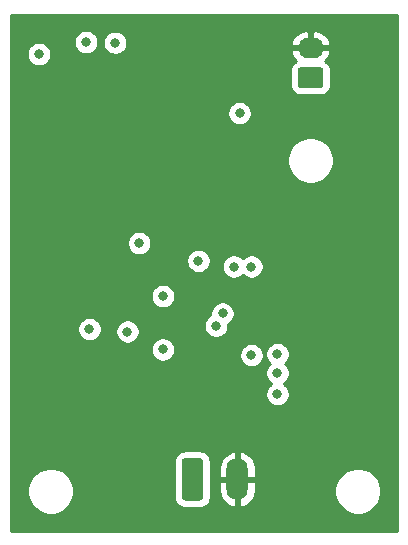
<source format=gbr>
%TF.GenerationSoftware,KiCad,Pcbnew,5.1.10-1.fc34*%
%TF.CreationDate,2021-09-08T08:00:36+01:00*%
%TF.ProjectId,cryosub_power_converter_top_v01,6372796f-7375-4625-9f70-6f7765725f63,rev?*%
%TF.SameCoordinates,Original*%
%TF.FileFunction,Copper,L2,Inr*%
%TF.FilePolarity,Positive*%
%FSLAX46Y46*%
G04 Gerber Fmt 4.6, Leading zero omitted, Abs format (unit mm)*
G04 Created by KiCad (PCBNEW 5.1.10-1.fc34) date 2021-09-08 08:00:36*
%MOMM*%
%LPD*%
G01*
G04 APERTURE LIST*
%TA.AperFunction,ComponentPad*%
%ADD10O,2.190000X1.740000*%
%TD*%
%TA.AperFunction,ComponentPad*%
%ADD11O,1.800000X3.600000*%
%TD*%
%TA.AperFunction,ViaPad*%
%ADD12C,0.800000*%
%TD*%
%TA.AperFunction,Conductor*%
%ADD13C,0.254000*%
%TD*%
%TA.AperFunction,Conductor*%
%ADD14C,0.100000*%
%TD*%
G04 APERTURE END LIST*
D10*
%TO.N,GND*%
%TO.C,J3*%
X126000000Y-103460000D03*
%TO.N,/p5v_out*%
%TA.AperFunction,ComponentPad*%
G36*
G01*
X126845001Y-106870000D02*
X125154999Y-106870000D01*
G75*
G02*
X124905000Y-106620001I0J249999D01*
G01*
X124905000Y-105379999D01*
G75*
G02*
X125154999Y-105130000I249999J0D01*
G01*
X126845001Y-105130000D01*
G75*
G02*
X127095000Y-105379999I0J-249999D01*
G01*
X127095000Y-106620001D01*
G75*
G02*
X126845001Y-106870000I-249999J0D01*
G01*
G37*
%TD.AperFunction*%
%TD*%
%TO.N,VDC*%
%TO.C,J1*%
%TA.AperFunction,ComponentPad*%
G36*
G01*
X115100000Y-141550000D02*
X115100000Y-138450000D01*
G75*
G02*
X115350000Y-138200000I250000J0D01*
G01*
X116650000Y-138200000D01*
G75*
G02*
X116900000Y-138450000I0J-250000D01*
G01*
X116900000Y-141550000D01*
G75*
G02*
X116650000Y-141800000I-250000J0D01*
G01*
X115350000Y-141800000D01*
G75*
G02*
X115100000Y-141550000I0J250000D01*
G01*
G37*
%TD.AperFunction*%
D11*
%TO.N,GND*%
X119810000Y-140000000D03*
%TD*%
D12*
%TO.N,VDC*%
X123200000Y-129400000D03*
X123200000Y-131000000D03*
X123200000Y-132800000D03*
%TO.N,GND*%
X123200000Y-125600000D03*
X124000000Y-126800000D03*
X123200000Y-127600000D03*
X128202593Y-127124996D03*
X129200000Y-126800000D03*
X129200000Y-127800000D03*
%TO.N,/vload*%
X109460000Y-103040000D03*
X107000000Y-103000000D03*
X103000000Y-104000000D03*
%TO.N,GND*%
X107000000Y-113000000D03*
X109500000Y-113000000D03*
X112000000Y-113000000D03*
X103000000Y-112500000D03*
X110500000Y-122000000D03*
X119000000Y-120000000D03*
X116500000Y-126000000D03*
X126500000Y-119000000D03*
X128500000Y-119000000D03*
X124000000Y-119000000D03*
X127550000Y-129150000D03*
X127950000Y-132250000D03*
%TO.N,/On When Warm/VD1*%
X119500000Y-122000000D03*
%TO.N,/On When Warm/vs*%
X113500000Y-124500000D03*
X113500000Y-129000000D03*
%TO.N,/On When Warm/vg1*%
X116500000Y-121500000D03*
%TO.N,/thermistor*%
X118000000Y-127000000D03*
%TO.N,/On When Warm/vd2*%
X118551318Y-125956175D03*
%TO.N,VDC*%
X120000000Y-109000000D03*
X107280000Y-127280000D03*
X110500000Y-127500000D03*
X121000000Y-122000000D03*
X121000000Y-129500000D03*
X111500000Y-120000000D03*
%TD*%
D13*
%TO.N,GND*%
X133340001Y-144340000D02*
X100660000Y-144340000D01*
X100660000Y-140804495D01*
X102015000Y-140804495D01*
X102015000Y-141195505D01*
X102091282Y-141579003D01*
X102240915Y-141940250D01*
X102458149Y-142265364D01*
X102734636Y-142541851D01*
X103059750Y-142759085D01*
X103420997Y-142908718D01*
X103804495Y-142985000D01*
X104195505Y-142985000D01*
X104579003Y-142908718D01*
X104940250Y-142759085D01*
X105265364Y-142541851D01*
X105541851Y-142265364D01*
X105759085Y-141940250D01*
X105908718Y-141579003D01*
X105985000Y-141195505D01*
X105985000Y-140804495D01*
X105908718Y-140420997D01*
X105759085Y-140059750D01*
X105541851Y-139734636D01*
X105265364Y-139458149D01*
X104940250Y-139240915D01*
X104579003Y-139091282D01*
X104195505Y-139015000D01*
X103804495Y-139015000D01*
X103420997Y-139091282D01*
X103059750Y-139240915D01*
X102734636Y-139458149D01*
X102458149Y-139734636D01*
X102240915Y-140059750D01*
X102091282Y-140420997D01*
X102015000Y-140804495D01*
X100660000Y-140804495D01*
X100660000Y-138450000D01*
X114461928Y-138450000D01*
X114461928Y-141550000D01*
X114478992Y-141723254D01*
X114529528Y-141889850D01*
X114611595Y-142043386D01*
X114722038Y-142177962D01*
X114856614Y-142288405D01*
X115010150Y-142370472D01*
X115176746Y-142421008D01*
X115350000Y-142438072D01*
X116650000Y-142438072D01*
X116823254Y-142421008D01*
X116989850Y-142370472D01*
X117143386Y-142288405D01*
X117277962Y-142177962D01*
X117388405Y-142043386D01*
X117470472Y-141889850D01*
X117521008Y-141723254D01*
X117538072Y-141550000D01*
X117538072Y-140127000D01*
X118275000Y-140127000D01*
X118275000Y-141027000D01*
X118329271Y-141324023D01*
X118440446Y-141604751D01*
X118604252Y-141858396D01*
X118814394Y-142075210D01*
X119062796Y-142246862D01*
X119339913Y-142366755D01*
X119445260Y-142391036D01*
X119683000Y-142270378D01*
X119683000Y-140127000D01*
X119937000Y-140127000D01*
X119937000Y-142270378D01*
X120174740Y-142391036D01*
X120280087Y-142366755D01*
X120557204Y-142246862D01*
X120805606Y-142075210D01*
X121015748Y-141858396D01*
X121179554Y-141604751D01*
X121290729Y-141324023D01*
X121345000Y-141027000D01*
X121345000Y-140804495D01*
X128015000Y-140804495D01*
X128015000Y-141195505D01*
X128091282Y-141579003D01*
X128240915Y-141940250D01*
X128458149Y-142265364D01*
X128734636Y-142541851D01*
X129059750Y-142759085D01*
X129420997Y-142908718D01*
X129804495Y-142985000D01*
X130195505Y-142985000D01*
X130579003Y-142908718D01*
X130940250Y-142759085D01*
X131265364Y-142541851D01*
X131541851Y-142265364D01*
X131759085Y-141940250D01*
X131908718Y-141579003D01*
X131985000Y-141195505D01*
X131985000Y-140804495D01*
X131908718Y-140420997D01*
X131759085Y-140059750D01*
X131541851Y-139734636D01*
X131265364Y-139458149D01*
X130940250Y-139240915D01*
X130579003Y-139091282D01*
X130195505Y-139015000D01*
X129804495Y-139015000D01*
X129420997Y-139091282D01*
X129059750Y-139240915D01*
X128734636Y-139458149D01*
X128458149Y-139734636D01*
X128240915Y-140059750D01*
X128091282Y-140420997D01*
X128015000Y-140804495D01*
X121345000Y-140804495D01*
X121345000Y-140127000D01*
X119937000Y-140127000D01*
X119683000Y-140127000D01*
X118275000Y-140127000D01*
X117538072Y-140127000D01*
X117538072Y-138973000D01*
X118275000Y-138973000D01*
X118275000Y-139873000D01*
X119683000Y-139873000D01*
X119683000Y-137729622D01*
X119937000Y-137729622D01*
X119937000Y-139873000D01*
X121345000Y-139873000D01*
X121345000Y-138973000D01*
X121290729Y-138675977D01*
X121179554Y-138395249D01*
X121015748Y-138141604D01*
X120805606Y-137924790D01*
X120557204Y-137753138D01*
X120280087Y-137633245D01*
X120174740Y-137608964D01*
X119937000Y-137729622D01*
X119683000Y-137729622D01*
X119445260Y-137608964D01*
X119339913Y-137633245D01*
X119062796Y-137753138D01*
X118814394Y-137924790D01*
X118604252Y-138141604D01*
X118440446Y-138395249D01*
X118329271Y-138675977D01*
X118275000Y-138973000D01*
X117538072Y-138973000D01*
X117538072Y-138450000D01*
X117521008Y-138276746D01*
X117470472Y-138110150D01*
X117388405Y-137956614D01*
X117277962Y-137822038D01*
X117143386Y-137711595D01*
X116989850Y-137629528D01*
X116823254Y-137578992D01*
X116650000Y-137561928D01*
X115350000Y-137561928D01*
X115176746Y-137578992D01*
X115010150Y-137629528D01*
X114856614Y-137711595D01*
X114722038Y-137822038D01*
X114611595Y-137956614D01*
X114529528Y-138110150D01*
X114478992Y-138276746D01*
X114461928Y-138450000D01*
X100660000Y-138450000D01*
X100660000Y-128898061D01*
X112465000Y-128898061D01*
X112465000Y-129101939D01*
X112504774Y-129301898D01*
X112582795Y-129490256D01*
X112696063Y-129659774D01*
X112840226Y-129803937D01*
X113009744Y-129917205D01*
X113198102Y-129995226D01*
X113398061Y-130035000D01*
X113601939Y-130035000D01*
X113801898Y-129995226D01*
X113990256Y-129917205D01*
X114159774Y-129803937D01*
X114303937Y-129659774D01*
X114417205Y-129490256D01*
X114455393Y-129398061D01*
X119965000Y-129398061D01*
X119965000Y-129601939D01*
X120004774Y-129801898D01*
X120082795Y-129990256D01*
X120196063Y-130159774D01*
X120340226Y-130303937D01*
X120509744Y-130417205D01*
X120698102Y-130495226D01*
X120898061Y-130535000D01*
X121101939Y-130535000D01*
X121301898Y-130495226D01*
X121490256Y-130417205D01*
X121659774Y-130303937D01*
X121803937Y-130159774D01*
X121917205Y-129990256D01*
X121995226Y-129801898D01*
X122035000Y-129601939D01*
X122035000Y-129398061D01*
X122015109Y-129298061D01*
X122165000Y-129298061D01*
X122165000Y-129501939D01*
X122204774Y-129701898D01*
X122282795Y-129890256D01*
X122396063Y-130059774D01*
X122536289Y-130200000D01*
X122396063Y-130340226D01*
X122282795Y-130509744D01*
X122204774Y-130698102D01*
X122165000Y-130898061D01*
X122165000Y-131101939D01*
X122204774Y-131301898D01*
X122282795Y-131490256D01*
X122396063Y-131659774D01*
X122540226Y-131803937D01*
X122683995Y-131900000D01*
X122540226Y-131996063D01*
X122396063Y-132140226D01*
X122282795Y-132309744D01*
X122204774Y-132498102D01*
X122165000Y-132698061D01*
X122165000Y-132901939D01*
X122204774Y-133101898D01*
X122282795Y-133290256D01*
X122396063Y-133459774D01*
X122540226Y-133603937D01*
X122709744Y-133717205D01*
X122898102Y-133795226D01*
X123098061Y-133835000D01*
X123301939Y-133835000D01*
X123501898Y-133795226D01*
X123690256Y-133717205D01*
X123859774Y-133603937D01*
X124003937Y-133459774D01*
X124117205Y-133290256D01*
X124195226Y-133101898D01*
X124235000Y-132901939D01*
X124235000Y-132698061D01*
X124195226Y-132498102D01*
X124117205Y-132309744D01*
X124003937Y-132140226D01*
X123859774Y-131996063D01*
X123716005Y-131900000D01*
X123859774Y-131803937D01*
X124003937Y-131659774D01*
X124117205Y-131490256D01*
X124195226Y-131301898D01*
X124235000Y-131101939D01*
X124235000Y-130898061D01*
X124195226Y-130698102D01*
X124117205Y-130509744D01*
X124003937Y-130340226D01*
X123863711Y-130200000D01*
X124003937Y-130059774D01*
X124117205Y-129890256D01*
X124195226Y-129701898D01*
X124235000Y-129501939D01*
X124235000Y-129298061D01*
X124195226Y-129098102D01*
X124117205Y-128909744D01*
X124003937Y-128740226D01*
X123859774Y-128596063D01*
X123690256Y-128482795D01*
X123501898Y-128404774D01*
X123301939Y-128365000D01*
X123098061Y-128365000D01*
X122898102Y-128404774D01*
X122709744Y-128482795D01*
X122540226Y-128596063D01*
X122396063Y-128740226D01*
X122282795Y-128909744D01*
X122204774Y-129098102D01*
X122165000Y-129298061D01*
X122015109Y-129298061D01*
X121995226Y-129198102D01*
X121917205Y-129009744D01*
X121803937Y-128840226D01*
X121659774Y-128696063D01*
X121490256Y-128582795D01*
X121301898Y-128504774D01*
X121101939Y-128465000D01*
X120898061Y-128465000D01*
X120698102Y-128504774D01*
X120509744Y-128582795D01*
X120340226Y-128696063D01*
X120196063Y-128840226D01*
X120082795Y-129009744D01*
X120004774Y-129198102D01*
X119965000Y-129398061D01*
X114455393Y-129398061D01*
X114495226Y-129301898D01*
X114535000Y-129101939D01*
X114535000Y-128898061D01*
X114495226Y-128698102D01*
X114417205Y-128509744D01*
X114303937Y-128340226D01*
X114159774Y-128196063D01*
X113990256Y-128082795D01*
X113801898Y-128004774D01*
X113601939Y-127965000D01*
X113398061Y-127965000D01*
X113198102Y-128004774D01*
X113009744Y-128082795D01*
X112840226Y-128196063D01*
X112696063Y-128340226D01*
X112582795Y-128509744D01*
X112504774Y-128698102D01*
X112465000Y-128898061D01*
X100660000Y-128898061D01*
X100660000Y-127178061D01*
X106245000Y-127178061D01*
X106245000Y-127381939D01*
X106284774Y-127581898D01*
X106362795Y-127770256D01*
X106476063Y-127939774D01*
X106620226Y-128083937D01*
X106789744Y-128197205D01*
X106978102Y-128275226D01*
X107178061Y-128315000D01*
X107381939Y-128315000D01*
X107581898Y-128275226D01*
X107770256Y-128197205D01*
X107939774Y-128083937D01*
X108083937Y-127939774D01*
X108197205Y-127770256D01*
X108275226Y-127581898D01*
X108311793Y-127398061D01*
X109465000Y-127398061D01*
X109465000Y-127601939D01*
X109504774Y-127801898D01*
X109582795Y-127990256D01*
X109696063Y-128159774D01*
X109840226Y-128303937D01*
X110009744Y-128417205D01*
X110198102Y-128495226D01*
X110398061Y-128535000D01*
X110601939Y-128535000D01*
X110801898Y-128495226D01*
X110990256Y-128417205D01*
X111159774Y-128303937D01*
X111303937Y-128159774D01*
X111417205Y-127990256D01*
X111495226Y-127801898D01*
X111535000Y-127601939D01*
X111535000Y-127398061D01*
X111495226Y-127198102D01*
X111417205Y-127009744D01*
X111342582Y-126898061D01*
X116965000Y-126898061D01*
X116965000Y-127101939D01*
X117004774Y-127301898D01*
X117082795Y-127490256D01*
X117196063Y-127659774D01*
X117340226Y-127803937D01*
X117509744Y-127917205D01*
X117698102Y-127995226D01*
X117898061Y-128035000D01*
X118101939Y-128035000D01*
X118301898Y-127995226D01*
X118490256Y-127917205D01*
X118659774Y-127803937D01*
X118803937Y-127659774D01*
X118917205Y-127490256D01*
X118995226Y-127301898D01*
X119035000Y-127101939D01*
X119035000Y-126898061D01*
X119030965Y-126877775D01*
X119041574Y-126873380D01*
X119211092Y-126760112D01*
X119355255Y-126615949D01*
X119468523Y-126446431D01*
X119546544Y-126258073D01*
X119586318Y-126058114D01*
X119586318Y-125854236D01*
X119546544Y-125654277D01*
X119468523Y-125465919D01*
X119355255Y-125296401D01*
X119211092Y-125152238D01*
X119041574Y-125038970D01*
X118853216Y-124960949D01*
X118653257Y-124921175D01*
X118449379Y-124921175D01*
X118249420Y-124960949D01*
X118061062Y-125038970D01*
X117891544Y-125152238D01*
X117747381Y-125296401D01*
X117634113Y-125465919D01*
X117556092Y-125654277D01*
X117516318Y-125854236D01*
X117516318Y-126058114D01*
X117520353Y-126078400D01*
X117509744Y-126082795D01*
X117340226Y-126196063D01*
X117196063Y-126340226D01*
X117082795Y-126509744D01*
X117004774Y-126698102D01*
X116965000Y-126898061D01*
X111342582Y-126898061D01*
X111303937Y-126840226D01*
X111159774Y-126696063D01*
X110990256Y-126582795D01*
X110801898Y-126504774D01*
X110601939Y-126465000D01*
X110398061Y-126465000D01*
X110198102Y-126504774D01*
X110009744Y-126582795D01*
X109840226Y-126696063D01*
X109696063Y-126840226D01*
X109582795Y-127009744D01*
X109504774Y-127198102D01*
X109465000Y-127398061D01*
X108311793Y-127398061D01*
X108315000Y-127381939D01*
X108315000Y-127178061D01*
X108275226Y-126978102D01*
X108197205Y-126789744D01*
X108083937Y-126620226D01*
X107939774Y-126476063D01*
X107770256Y-126362795D01*
X107581898Y-126284774D01*
X107381939Y-126245000D01*
X107178061Y-126245000D01*
X106978102Y-126284774D01*
X106789744Y-126362795D01*
X106620226Y-126476063D01*
X106476063Y-126620226D01*
X106362795Y-126789744D01*
X106284774Y-126978102D01*
X106245000Y-127178061D01*
X100660000Y-127178061D01*
X100660000Y-124398061D01*
X112465000Y-124398061D01*
X112465000Y-124601939D01*
X112504774Y-124801898D01*
X112582795Y-124990256D01*
X112696063Y-125159774D01*
X112840226Y-125303937D01*
X113009744Y-125417205D01*
X113198102Y-125495226D01*
X113398061Y-125535000D01*
X113601939Y-125535000D01*
X113801898Y-125495226D01*
X113990256Y-125417205D01*
X114159774Y-125303937D01*
X114303937Y-125159774D01*
X114417205Y-124990256D01*
X114495226Y-124801898D01*
X114535000Y-124601939D01*
X114535000Y-124398061D01*
X114495226Y-124198102D01*
X114417205Y-124009744D01*
X114303937Y-123840226D01*
X114159774Y-123696063D01*
X113990256Y-123582795D01*
X113801898Y-123504774D01*
X113601939Y-123465000D01*
X113398061Y-123465000D01*
X113198102Y-123504774D01*
X113009744Y-123582795D01*
X112840226Y-123696063D01*
X112696063Y-123840226D01*
X112582795Y-124009744D01*
X112504774Y-124198102D01*
X112465000Y-124398061D01*
X100660000Y-124398061D01*
X100660000Y-121398061D01*
X115465000Y-121398061D01*
X115465000Y-121601939D01*
X115504774Y-121801898D01*
X115582795Y-121990256D01*
X115696063Y-122159774D01*
X115840226Y-122303937D01*
X116009744Y-122417205D01*
X116198102Y-122495226D01*
X116398061Y-122535000D01*
X116601939Y-122535000D01*
X116801898Y-122495226D01*
X116990256Y-122417205D01*
X117159774Y-122303937D01*
X117303937Y-122159774D01*
X117417205Y-121990256D01*
X117455393Y-121898061D01*
X118465000Y-121898061D01*
X118465000Y-122101939D01*
X118504774Y-122301898D01*
X118582795Y-122490256D01*
X118696063Y-122659774D01*
X118840226Y-122803937D01*
X119009744Y-122917205D01*
X119198102Y-122995226D01*
X119398061Y-123035000D01*
X119601939Y-123035000D01*
X119801898Y-122995226D01*
X119990256Y-122917205D01*
X120159774Y-122803937D01*
X120250000Y-122713711D01*
X120340226Y-122803937D01*
X120509744Y-122917205D01*
X120698102Y-122995226D01*
X120898061Y-123035000D01*
X121101939Y-123035000D01*
X121301898Y-122995226D01*
X121490256Y-122917205D01*
X121659774Y-122803937D01*
X121803937Y-122659774D01*
X121917205Y-122490256D01*
X121995226Y-122301898D01*
X122035000Y-122101939D01*
X122035000Y-121898061D01*
X121995226Y-121698102D01*
X121917205Y-121509744D01*
X121803937Y-121340226D01*
X121659774Y-121196063D01*
X121490256Y-121082795D01*
X121301898Y-121004774D01*
X121101939Y-120965000D01*
X120898061Y-120965000D01*
X120698102Y-121004774D01*
X120509744Y-121082795D01*
X120340226Y-121196063D01*
X120250000Y-121286289D01*
X120159774Y-121196063D01*
X119990256Y-121082795D01*
X119801898Y-121004774D01*
X119601939Y-120965000D01*
X119398061Y-120965000D01*
X119198102Y-121004774D01*
X119009744Y-121082795D01*
X118840226Y-121196063D01*
X118696063Y-121340226D01*
X118582795Y-121509744D01*
X118504774Y-121698102D01*
X118465000Y-121898061D01*
X117455393Y-121898061D01*
X117495226Y-121801898D01*
X117535000Y-121601939D01*
X117535000Y-121398061D01*
X117495226Y-121198102D01*
X117417205Y-121009744D01*
X117303937Y-120840226D01*
X117159774Y-120696063D01*
X116990256Y-120582795D01*
X116801898Y-120504774D01*
X116601939Y-120465000D01*
X116398061Y-120465000D01*
X116198102Y-120504774D01*
X116009744Y-120582795D01*
X115840226Y-120696063D01*
X115696063Y-120840226D01*
X115582795Y-121009744D01*
X115504774Y-121198102D01*
X115465000Y-121398061D01*
X100660000Y-121398061D01*
X100660000Y-119898061D01*
X110465000Y-119898061D01*
X110465000Y-120101939D01*
X110504774Y-120301898D01*
X110582795Y-120490256D01*
X110696063Y-120659774D01*
X110840226Y-120803937D01*
X111009744Y-120917205D01*
X111198102Y-120995226D01*
X111398061Y-121035000D01*
X111601939Y-121035000D01*
X111801898Y-120995226D01*
X111990256Y-120917205D01*
X112159774Y-120803937D01*
X112303937Y-120659774D01*
X112417205Y-120490256D01*
X112495226Y-120301898D01*
X112535000Y-120101939D01*
X112535000Y-119898061D01*
X112495226Y-119698102D01*
X112417205Y-119509744D01*
X112303937Y-119340226D01*
X112159774Y-119196063D01*
X111990256Y-119082795D01*
X111801898Y-119004774D01*
X111601939Y-118965000D01*
X111398061Y-118965000D01*
X111198102Y-119004774D01*
X111009744Y-119082795D01*
X110840226Y-119196063D01*
X110696063Y-119340226D01*
X110582795Y-119509744D01*
X110504774Y-119698102D01*
X110465000Y-119898061D01*
X100660000Y-119898061D01*
X100660000Y-112804495D01*
X124015000Y-112804495D01*
X124015000Y-113195505D01*
X124091282Y-113579003D01*
X124240915Y-113940250D01*
X124458149Y-114265364D01*
X124734636Y-114541851D01*
X125059750Y-114759085D01*
X125420997Y-114908718D01*
X125804495Y-114985000D01*
X126195505Y-114985000D01*
X126579003Y-114908718D01*
X126940250Y-114759085D01*
X127265364Y-114541851D01*
X127541851Y-114265364D01*
X127759085Y-113940250D01*
X127908718Y-113579003D01*
X127985000Y-113195505D01*
X127985000Y-112804495D01*
X127908718Y-112420997D01*
X127759085Y-112059750D01*
X127541851Y-111734636D01*
X127265364Y-111458149D01*
X126940250Y-111240915D01*
X126579003Y-111091282D01*
X126195505Y-111015000D01*
X125804495Y-111015000D01*
X125420997Y-111091282D01*
X125059750Y-111240915D01*
X124734636Y-111458149D01*
X124458149Y-111734636D01*
X124240915Y-112059750D01*
X124091282Y-112420997D01*
X124015000Y-112804495D01*
X100660000Y-112804495D01*
X100660000Y-108898061D01*
X118965000Y-108898061D01*
X118965000Y-109101939D01*
X119004774Y-109301898D01*
X119082795Y-109490256D01*
X119196063Y-109659774D01*
X119340226Y-109803937D01*
X119509744Y-109917205D01*
X119698102Y-109995226D01*
X119898061Y-110035000D01*
X120101939Y-110035000D01*
X120301898Y-109995226D01*
X120490256Y-109917205D01*
X120659774Y-109803937D01*
X120803937Y-109659774D01*
X120917205Y-109490256D01*
X120995226Y-109301898D01*
X121035000Y-109101939D01*
X121035000Y-108898061D01*
X120995226Y-108698102D01*
X120917205Y-108509744D01*
X120803937Y-108340226D01*
X120659774Y-108196063D01*
X120490256Y-108082795D01*
X120301898Y-108004774D01*
X120101939Y-107965000D01*
X119898061Y-107965000D01*
X119698102Y-108004774D01*
X119509744Y-108082795D01*
X119340226Y-108196063D01*
X119196063Y-108340226D01*
X119082795Y-108509744D01*
X119004774Y-108698102D01*
X118965000Y-108898061D01*
X100660000Y-108898061D01*
X100660000Y-105379999D01*
X124266928Y-105379999D01*
X124266928Y-106620001D01*
X124283992Y-106793255D01*
X124334528Y-106959851D01*
X124416595Y-107113387D01*
X124527038Y-107247962D01*
X124661613Y-107358405D01*
X124815149Y-107440472D01*
X124981745Y-107491008D01*
X125154999Y-107508072D01*
X126845001Y-107508072D01*
X127018255Y-107491008D01*
X127184851Y-107440472D01*
X127338387Y-107358405D01*
X127472962Y-107247962D01*
X127583405Y-107113387D01*
X127665472Y-106959851D01*
X127716008Y-106793255D01*
X127733072Y-106620001D01*
X127733072Y-105379999D01*
X127716008Y-105206745D01*
X127665472Y-105040149D01*
X127583405Y-104886613D01*
X127472962Y-104752038D01*
X127338387Y-104641595D01*
X127229410Y-104583345D01*
X127388306Y-104426326D01*
X127554474Y-104180809D01*
X127669551Y-103907591D01*
X127686302Y-103820031D01*
X127565246Y-103587000D01*
X126127000Y-103587000D01*
X126127000Y-103607000D01*
X125873000Y-103607000D01*
X125873000Y-103587000D01*
X124434754Y-103587000D01*
X124313698Y-103820031D01*
X124330449Y-103907591D01*
X124445526Y-104180809D01*
X124611694Y-104426326D01*
X124770590Y-104583345D01*
X124661613Y-104641595D01*
X124527038Y-104752038D01*
X124416595Y-104886613D01*
X124334528Y-105040149D01*
X124283992Y-105206745D01*
X124266928Y-105379999D01*
X100660000Y-105379999D01*
X100660000Y-103898061D01*
X101965000Y-103898061D01*
X101965000Y-104101939D01*
X102004774Y-104301898D01*
X102082795Y-104490256D01*
X102196063Y-104659774D01*
X102340226Y-104803937D01*
X102509744Y-104917205D01*
X102698102Y-104995226D01*
X102898061Y-105035000D01*
X103101939Y-105035000D01*
X103301898Y-104995226D01*
X103490256Y-104917205D01*
X103659774Y-104803937D01*
X103803937Y-104659774D01*
X103917205Y-104490256D01*
X103995226Y-104301898D01*
X104035000Y-104101939D01*
X104035000Y-103898061D01*
X103995226Y-103698102D01*
X103917205Y-103509744D01*
X103803937Y-103340226D01*
X103659774Y-103196063D01*
X103490256Y-103082795D01*
X103301898Y-103004774D01*
X103101939Y-102965000D01*
X102898061Y-102965000D01*
X102698102Y-103004774D01*
X102509744Y-103082795D01*
X102340226Y-103196063D01*
X102196063Y-103340226D01*
X102082795Y-103509744D01*
X102004774Y-103698102D01*
X101965000Y-103898061D01*
X100660000Y-103898061D01*
X100660000Y-102898061D01*
X105965000Y-102898061D01*
X105965000Y-103101939D01*
X106004774Y-103301898D01*
X106082795Y-103490256D01*
X106196063Y-103659774D01*
X106340226Y-103803937D01*
X106509744Y-103917205D01*
X106698102Y-103995226D01*
X106898061Y-104035000D01*
X107101939Y-104035000D01*
X107301898Y-103995226D01*
X107490256Y-103917205D01*
X107659774Y-103803937D01*
X107803937Y-103659774D01*
X107917205Y-103490256D01*
X107995226Y-103301898D01*
X108035000Y-103101939D01*
X108035000Y-102938061D01*
X108425000Y-102938061D01*
X108425000Y-103141939D01*
X108464774Y-103341898D01*
X108542795Y-103530256D01*
X108656063Y-103699774D01*
X108800226Y-103843937D01*
X108969744Y-103957205D01*
X109158102Y-104035226D01*
X109358061Y-104075000D01*
X109561939Y-104075000D01*
X109761898Y-104035226D01*
X109950256Y-103957205D01*
X110119774Y-103843937D01*
X110263937Y-103699774D01*
X110377205Y-103530256D01*
X110455226Y-103341898D01*
X110495000Y-103141939D01*
X110495000Y-103099969D01*
X124313698Y-103099969D01*
X124434754Y-103333000D01*
X125873000Y-103333000D01*
X125873000Y-102109624D01*
X126127000Y-102109624D01*
X126127000Y-103333000D01*
X127565246Y-103333000D01*
X127686302Y-103099969D01*
X127669551Y-103012409D01*
X127554474Y-102739191D01*
X127388306Y-102493674D01*
X127177433Y-102285292D01*
X126929958Y-102122053D01*
X126655392Y-102010231D01*
X126364286Y-101954123D01*
X126127000Y-102109624D01*
X125873000Y-102109624D01*
X125635714Y-101954123D01*
X125344608Y-102010231D01*
X125070042Y-102122053D01*
X124822567Y-102285292D01*
X124611694Y-102493674D01*
X124445526Y-102739191D01*
X124330449Y-103012409D01*
X124313698Y-103099969D01*
X110495000Y-103099969D01*
X110495000Y-102938061D01*
X110455226Y-102738102D01*
X110377205Y-102549744D01*
X110263937Y-102380226D01*
X110119774Y-102236063D01*
X109950256Y-102122795D01*
X109761898Y-102044774D01*
X109561939Y-102005000D01*
X109358061Y-102005000D01*
X109158102Y-102044774D01*
X108969744Y-102122795D01*
X108800226Y-102236063D01*
X108656063Y-102380226D01*
X108542795Y-102549744D01*
X108464774Y-102738102D01*
X108425000Y-102938061D01*
X108035000Y-102938061D01*
X108035000Y-102898061D01*
X107995226Y-102698102D01*
X107917205Y-102509744D01*
X107803937Y-102340226D01*
X107659774Y-102196063D01*
X107490256Y-102082795D01*
X107301898Y-102004774D01*
X107101939Y-101965000D01*
X106898061Y-101965000D01*
X106698102Y-102004774D01*
X106509744Y-102082795D01*
X106340226Y-102196063D01*
X106196063Y-102340226D01*
X106082795Y-102509744D01*
X106004774Y-102698102D01*
X105965000Y-102898061D01*
X100660000Y-102898061D01*
X100660000Y-100660000D01*
X133340000Y-100660000D01*
X133340001Y-144340000D01*
%TA.AperFunction,Conductor*%
D14*
G36*
X133340001Y-144340000D02*
G01*
X100660000Y-144340000D01*
X100660000Y-140804495D01*
X102015000Y-140804495D01*
X102015000Y-141195505D01*
X102091282Y-141579003D01*
X102240915Y-141940250D01*
X102458149Y-142265364D01*
X102734636Y-142541851D01*
X103059750Y-142759085D01*
X103420997Y-142908718D01*
X103804495Y-142985000D01*
X104195505Y-142985000D01*
X104579003Y-142908718D01*
X104940250Y-142759085D01*
X105265364Y-142541851D01*
X105541851Y-142265364D01*
X105759085Y-141940250D01*
X105908718Y-141579003D01*
X105985000Y-141195505D01*
X105985000Y-140804495D01*
X105908718Y-140420997D01*
X105759085Y-140059750D01*
X105541851Y-139734636D01*
X105265364Y-139458149D01*
X104940250Y-139240915D01*
X104579003Y-139091282D01*
X104195505Y-139015000D01*
X103804495Y-139015000D01*
X103420997Y-139091282D01*
X103059750Y-139240915D01*
X102734636Y-139458149D01*
X102458149Y-139734636D01*
X102240915Y-140059750D01*
X102091282Y-140420997D01*
X102015000Y-140804495D01*
X100660000Y-140804495D01*
X100660000Y-138450000D01*
X114461928Y-138450000D01*
X114461928Y-141550000D01*
X114478992Y-141723254D01*
X114529528Y-141889850D01*
X114611595Y-142043386D01*
X114722038Y-142177962D01*
X114856614Y-142288405D01*
X115010150Y-142370472D01*
X115176746Y-142421008D01*
X115350000Y-142438072D01*
X116650000Y-142438072D01*
X116823254Y-142421008D01*
X116989850Y-142370472D01*
X117143386Y-142288405D01*
X117277962Y-142177962D01*
X117388405Y-142043386D01*
X117470472Y-141889850D01*
X117521008Y-141723254D01*
X117538072Y-141550000D01*
X117538072Y-140127000D01*
X118275000Y-140127000D01*
X118275000Y-141027000D01*
X118329271Y-141324023D01*
X118440446Y-141604751D01*
X118604252Y-141858396D01*
X118814394Y-142075210D01*
X119062796Y-142246862D01*
X119339913Y-142366755D01*
X119445260Y-142391036D01*
X119683000Y-142270378D01*
X119683000Y-140127000D01*
X119937000Y-140127000D01*
X119937000Y-142270378D01*
X120174740Y-142391036D01*
X120280087Y-142366755D01*
X120557204Y-142246862D01*
X120805606Y-142075210D01*
X121015748Y-141858396D01*
X121179554Y-141604751D01*
X121290729Y-141324023D01*
X121345000Y-141027000D01*
X121345000Y-140804495D01*
X128015000Y-140804495D01*
X128015000Y-141195505D01*
X128091282Y-141579003D01*
X128240915Y-141940250D01*
X128458149Y-142265364D01*
X128734636Y-142541851D01*
X129059750Y-142759085D01*
X129420997Y-142908718D01*
X129804495Y-142985000D01*
X130195505Y-142985000D01*
X130579003Y-142908718D01*
X130940250Y-142759085D01*
X131265364Y-142541851D01*
X131541851Y-142265364D01*
X131759085Y-141940250D01*
X131908718Y-141579003D01*
X131985000Y-141195505D01*
X131985000Y-140804495D01*
X131908718Y-140420997D01*
X131759085Y-140059750D01*
X131541851Y-139734636D01*
X131265364Y-139458149D01*
X130940250Y-139240915D01*
X130579003Y-139091282D01*
X130195505Y-139015000D01*
X129804495Y-139015000D01*
X129420997Y-139091282D01*
X129059750Y-139240915D01*
X128734636Y-139458149D01*
X128458149Y-139734636D01*
X128240915Y-140059750D01*
X128091282Y-140420997D01*
X128015000Y-140804495D01*
X121345000Y-140804495D01*
X121345000Y-140127000D01*
X119937000Y-140127000D01*
X119683000Y-140127000D01*
X118275000Y-140127000D01*
X117538072Y-140127000D01*
X117538072Y-138973000D01*
X118275000Y-138973000D01*
X118275000Y-139873000D01*
X119683000Y-139873000D01*
X119683000Y-137729622D01*
X119937000Y-137729622D01*
X119937000Y-139873000D01*
X121345000Y-139873000D01*
X121345000Y-138973000D01*
X121290729Y-138675977D01*
X121179554Y-138395249D01*
X121015748Y-138141604D01*
X120805606Y-137924790D01*
X120557204Y-137753138D01*
X120280087Y-137633245D01*
X120174740Y-137608964D01*
X119937000Y-137729622D01*
X119683000Y-137729622D01*
X119445260Y-137608964D01*
X119339913Y-137633245D01*
X119062796Y-137753138D01*
X118814394Y-137924790D01*
X118604252Y-138141604D01*
X118440446Y-138395249D01*
X118329271Y-138675977D01*
X118275000Y-138973000D01*
X117538072Y-138973000D01*
X117538072Y-138450000D01*
X117521008Y-138276746D01*
X117470472Y-138110150D01*
X117388405Y-137956614D01*
X117277962Y-137822038D01*
X117143386Y-137711595D01*
X116989850Y-137629528D01*
X116823254Y-137578992D01*
X116650000Y-137561928D01*
X115350000Y-137561928D01*
X115176746Y-137578992D01*
X115010150Y-137629528D01*
X114856614Y-137711595D01*
X114722038Y-137822038D01*
X114611595Y-137956614D01*
X114529528Y-138110150D01*
X114478992Y-138276746D01*
X114461928Y-138450000D01*
X100660000Y-138450000D01*
X100660000Y-128898061D01*
X112465000Y-128898061D01*
X112465000Y-129101939D01*
X112504774Y-129301898D01*
X112582795Y-129490256D01*
X112696063Y-129659774D01*
X112840226Y-129803937D01*
X113009744Y-129917205D01*
X113198102Y-129995226D01*
X113398061Y-130035000D01*
X113601939Y-130035000D01*
X113801898Y-129995226D01*
X113990256Y-129917205D01*
X114159774Y-129803937D01*
X114303937Y-129659774D01*
X114417205Y-129490256D01*
X114455393Y-129398061D01*
X119965000Y-129398061D01*
X119965000Y-129601939D01*
X120004774Y-129801898D01*
X120082795Y-129990256D01*
X120196063Y-130159774D01*
X120340226Y-130303937D01*
X120509744Y-130417205D01*
X120698102Y-130495226D01*
X120898061Y-130535000D01*
X121101939Y-130535000D01*
X121301898Y-130495226D01*
X121490256Y-130417205D01*
X121659774Y-130303937D01*
X121803937Y-130159774D01*
X121917205Y-129990256D01*
X121995226Y-129801898D01*
X122035000Y-129601939D01*
X122035000Y-129398061D01*
X122015109Y-129298061D01*
X122165000Y-129298061D01*
X122165000Y-129501939D01*
X122204774Y-129701898D01*
X122282795Y-129890256D01*
X122396063Y-130059774D01*
X122536289Y-130200000D01*
X122396063Y-130340226D01*
X122282795Y-130509744D01*
X122204774Y-130698102D01*
X122165000Y-130898061D01*
X122165000Y-131101939D01*
X122204774Y-131301898D01*
X122282795Y-131490256D01*
X122396063Y-131659774D01*
X122540226Y-131803937D01*
X122683995Y-131900000D01*
X122540226Y-131996063D01*
X122396063Y-132140226D01*
X122282795Y-132309744D01*
X122204774Y-132498102D01*
X122165000Y-132698061D01*
X122165000Y-132901939D01*
X122204774Y-133101898D01*
X122282795Y-133290256D01*
X122396063Y-133459774D01*
X122540226Y-133603937D01*
X122709744Y-133717205D01*
X122898102Y-133795226D01*
X123098061Y-133835000D01*
X123301939Y-133835000D01*
X123501898Y-133795226D01*
X123690256Y-133717205D01*
X123859774Y-133603937D01*
X124003937Y-133459774D01*
X124117205Y-133290256D01*
X124195226Y-133101898D01*
X124235000Y-132901939D01*
X124235000Y-132698061D01*
X124195226Y-132498102D01*
X124117205Y-132309744D01*
X124003937Y-132140226D01*
X123859774Y-131996063D01*
X123716005Y-131900000D01*
X123859774Y-131803937D01*
X124003937Y-131659774D01*
X124117205Y-131490256D01*
X124195226Y-131301898D01*
X124235000Y-131101939D01*
X124235000Y-130898061D01*
X124195226Y-130698102D01*
X124117205Y-130509744D01*
X124003937Y-130340226D01*
X123863711Y-130200000D01*
X124003937Y-130059774D01*
X124117205Y-129890256D01*
X124195226Y-129701898D01*
X124235000Y-129501939D01*
X124235000Y-129298061D01*
X124195226Y-129098102D01*
X124117205Y-128909744D01*
X124003937Y-128740226D01*
X123859774Y-128596063D01*
X123690256Y-128482795D01*
X123501898Y-128404774D01*
X123301939Y-128365000D01*
X123098061Y-128365000D01*
X122898102Y-128404774D01*
X122709744Y-128482795D01*
X122540226Y-128596063D01*
X122396063Y-128740226D01*
X122282795Y-128909744D01*
X122204774Y-129098102D01*
X122165000Y-129298061D01*
X122015109Y-129298061D01*
X121995226Y-129198102D01*
X121917205Y-129009744D01*
X121803937Y-128840226D01*
X121659774Y-128696063D01*
X121490256Y-128582795D01*
X121301898Y-128504774D01*
X121101939Y-128465000D01*
X120898061Y-128465000D01*
X120698102Y-128504774D01*
X120509744Y-128582795D01*
X120340226Y-128696063D01*
X120196063Y-128840226D01*
X120082795Y-129009744D01*
X120004774Y-129198102D01*
X119965000Y-129398061D01*
X114455393Y-129398061D01*
X114495226Y-129301898D01*
X114535000Y-129101939D01*
X114535000Y-128898061D01*
X114495226Y-128698102D01*
X114417205Y-128509744D01*
X114303937Y-128340226D01*
X114159774Y-128196063D01*
X113990256Y-128082795D01*
X113801898Y-128004774D01*
X113601939Y-127965000D01*
X113398061Y-127965000D01*
X113198102Y-128004774D01*
X113009744Y-128082795D01*
X112840226Y-128196063D01*
X112696063Y-128340226D01*
X112582795Y-128509744D01*
X112504774Y-128698102D01*
X112465000Y-128898061D01*
X100660000Y-128898061D01*
X100660000Y-127178061D01*
X106245000Y-127178061D01*
X106245000Y-127381939D01*
X106284774Y-127581898D01*
X106362795Y-127770256D01*
X106476063Y-127939774D01*
X106620226Y-128083937D01*
X106789744Y-128197205D01*
X106978102Y-128275226D01*
X107178061Y-128315000D01*
X107381939Y-128315000D01*
X107581898Y-128275226D01*
X107770256Y-128197205D01*
X107939774Y-128083937D01*
X108083937Y-127939774D01*
X108197205Y-127770256D01*
X108275226Y-127581898D01*
X108311793Y-127398061D01*
X109465000Y-127398061D01*
X109465000Y-127601939D01*
X109504774Y-127801898D01*
X109582795Y-127990256D01*
X109696063Y-128159774D01*
X109840226Y-128303937D01*
X110009744Y-128417205D01*
X110198102Y-128495226D01*
X110398061Y-128535000D01*
X110601939Y-128535000D01*
X110801898Y-128495226D01*
X110990256Y-128417205D01*
X111159774Y-128303937D01*
X111303937Y-128159774D01*
X111417205Y-127990256D01*
X111495226Y-127801898D01*
X111535000Y-127601939D01*
X111535000Y-127398061D01*
X111495226Y-127198102D01*
X111417205Y-127009744D01*
X111342582Y-126898061D01*
X116965000Y-126898061D01*
X116965000Y-127101939D01*
X117004774Y-127301898D01*
X117082795Y-127490256D01*
X117196063Y-127659774D01*
X117340226Y-127803937D01*
X117509744Y-127917205D01*
X117698102Y-127995226D01*
X117898061Y-128035000D01*
X118101939Y-128035000D01*
X118301898Y-127995226D01*
X118490256Y-127917205D01*
X118659774Y-127803937D01*
X118803937Y-127659774D01*
X118917205Y-127490256D01*
X118995226Y-127301898D01*
X119035000Y-127101939D01*
X119035000Y-126898061D01*
X119030965Y-126877775D01*
X119041574Y-126873380D01*
X119211092Y-126760112D01*
X119355255Y-126615949D01*
X119468523Y-126446431D01*
X119546544Y-126258073D01*
X119586318Y-126058114D01*
X119586318Y-125854236D01*
X119546544Y-125654277D01*
X119468523Y-125465919D01*
X119355255Y-125296401D01*
X119211092Y-125152238D01*
X119041574Y-125038970D01*
X118853216Y-124960949D01*
X118653257Y-124921175D01*
X118449379Y-124921175D01*
X118249420Y-124960949D01*
X118061062Y-125038970D01*
X117891544Y-125152238D01*
X117747381Y-125296401D01*
X117634113Y-125465919D01*
X117556092Y-125654277D01*
X117516318Y-125854236D01*
X117516318Y-126058114D01*
X117520353Y-126078400D01*
X117509744Y-126082795D01*
X117340226Y-126196063D01*
X117196063Y-126340226D01*
X117082795Y-126509744D01*
X117004774Y-126698102D01*
X116965000Y-126898061D01*
X111342582Y-126898061D01*
X111303937Y-126840226D01*
X111159774Y-126696063D01*
X110990256Y-126582795D01*
X110801898Y-126504774D01*
X110601939Y-126465000D01*
X110398061Y-126465000D01*
X110198102Y-126504774D01*
X110009744Y-126582795D01*
X109840226Y-126696063D01*
X109696063Y-126840226D01*
X109582795Y-127009744D01*
X109504774Y-127198102D01*
X109465000Y-127398061D01*
X108311793Y-127398061D01*
X108315000Y-127381939D01*
X108315000Y-127178061D01*
X108275226Y-126978102D01*
X108197205Y-126789744D01*
X108083937Y-126620226D01*
X107939774Y-126476063D01*
X107770256Y-126362795D01*
X107581898Y-126284774D01*
X107381939Y-126245000D01*
X107178061Y-126245000D01*
X106978102Y-126284774D01*
X106789744Y-126362795D01*
X106620226Y-126476063D01*
X106476063Y-126620226D01*
X106362795Y-126789744D01*
X106284774Y-126978102D01*
X106245000Y-127178061D01*
X100660000Y-127178061D01*
X100660000Y-124398061D01*
X112465000Y-124398061D01*
X112465000Y-124601939D01*
X112504774Y-124801898D01*
X112582795Y-124990256D01*
X112696063Y-125159774D01*
X112840226Y-125303937D01*
X113009744Y-125417205D01*
X113198102Y-125495226D01*
X113398061Y-125535000D01*
X113601939Y-125535000D01*
X113801898Y-125495226D01*
X113990256Y-125417205D01*
X114159774Y-125303937D01*
X114303937Y-125159774D01*
X114417205Y-124990256D01*
X114495226Y-124801898D01*
X114535000Y-124601939D01*
X114535000Y-124398061D01*
X114495226Y-124198102D01*
X114417205Y-124009744D01*
X114303937Y-123840226D01*
X114159774Y-123696063D01*
X113990256Y-123582795D01*
X113801898Y-123504774D01*
X113601939Y-123465000D01*
X113398061Y-123465000D01*
X113198102Y-123504774D01*
X113009744Y-123582795D01*
X112840226Y-123696063D01*
X112696063Y-123840226D01*
X112582795Y-124009744D01*
X112504774Y-124198102D01*
X112465000Y-124398061D01*
X100660000Y-124398061D01*
X100660000Y-121398061D01*
X115465000Y-121398061D01*
X115465000Y-121601939D01*
X115504774Y-121801898D01*
X115582795Y-121990256D01*
X115696063Y-122159774D01*
X115840226Y-122303937D01*
X116009744Y-122417205D01*
X116198102Y-122495226D01*
X116398061Y-122535000D01*
X116601939Y-122535000D01*
X116801898Y-122495226D01*
X116990256Y-122417205D01*
X117159774Y-122303937D01*
X117303937Y-122159774D01*
X117417205Y-121990256D01*
X117455393Y-121898061D01*
X118465000Y-121898061D01*
X118465000Y-122101939D01*
X118504774Y-122301898D01*
X118582795Y-122490256D01*
X118696063Y-122659774D01*
X118840226Y-122803937D01*
X119009744Y-122917205D01*
X119198102Y-122995226D01*
X119398061Y-123035000D01*
X119601939Y-123035000D01*
X119801898Y-122995226D01*
X119990256Y-122917205D01*
X120159774Y-122803937D01*
X120250000Y-122713711D01*
X120340226Y-122803937D01*
X120509744Y-122917205D01*
X120698102Y-122995226D01*
X120898061Y-123035000D01*
X121101939Y-123035000D01*
X121301898Y-122995226D01*
X121490256Y-122917205D01*
X121659774Y-122803937D01*
X121803937Y-122659774D01*
X121917205Y-122490256D01*
X121995226Y-122301898D01*
X122035000Y-122101939D01*
X122035000Y-121898061D01*
X121995226Y-121698102D01*
X121917205Y-121509744D01*
X121803937Y-121340226D01*
X121659774Y-121196063D01*
X121490256Y-121082795D01*
X121301898Y-121004774D01*
X121101939Y-120965000D01*
X120898061Y-120965000D01*
X120698102Y-121004774D01*
X120509744Y-121082795D01*
X120340226Y-121196063D01*
X120250000Y-121286289D01*
X120159774Y-121196063D01*
X119990256Y-121082795D01*
X119801898Y-121004774D01*
X119601939Y-120965000D01*
X119398061Y-120965000D01*
X119198102Y-121004774D01*
X119009744Y-121082795D01*
X118840226Y-121196063D01*
X118696063Y-121340226D01*
X118582795Y-121509744D01*
X118504774Y-121698102D01*
X118465000Y-121898061D01*
X117455393Y-121898061D01*
X117495226Y-121801898D01*
X117535000Y-121601939D01*
X117535000Y-121398061D01*
X117495226Y-121198102D01*
X117417205Y-121009744D01*
X117303937Y-120840226D01*
X117159774Y-120696063D01*
X116990256Y-120582795D01*
X116801898Y-120504774D01*
X116601939Y-120465000D01*
X116398061Y-120465000D01*
X116198102Y-120504774D01*
X116009744Y-120582795D01*
X115840226Y-120696063D01*
X115696063Y-120840226D01*
X115582795Y-121009744D01*
X115504774Y-121198102D01*
X115465000Y-121398061D01*
X100660000Y-121398061D01*
X100660000Y-119898061D01*
X110465000Y-119898061D01*
X110465000Y-120101939D01*
X110504774Y-120301898D01*
X110582795Y-120490256D01*
X110696063Y-120659774D01*
X110840226Y-120803937D01*
X111009744Y-120917205D01*
X111198102Y-120995226D01*
X111398061Y-121035000D01*
X111601939Y-121035000D01*
X111801898Y-120995226D01*
X111990256Y-120917205D01*
X112159774Y-120803937D01*
X112303937Y-120659774D01*
X112417205Y-120490256D01*
X112495226Y-120301898D01*
X112535000Y-120101939D01*
X112535000Y-119898061D01*
X112495226Y-119698102D01*
X112417205Y-119509744D01*
X112303937Y-119340226D01*
X112159774Y-119196063D01*
X111990256Y-119082795D01*
X111801898Y-119004774D01*
X111601939Y-118965000D01*
X111398061Y-118965000D01*
X111198102Y-119004774D01*
X111009744Y-119082795D01*
X110840226Y-119196063D01*
X110696063Y-119340226D01*
X110582795Y-119509744D01*
X110504774Y-119698102D01*
X110465000Y-119898061D01*
X100660000Y-119898061D01*
X100660000Y-112804495D01*
X124015000Y-112804495D01*
X124015000Y-113195505D01*
X124091282Y-113579003D01*
X124240915Y-113940250D01*
X124458149Y-114265364D01*
X124734636Y-114541851D01*
X125059750Y-114759085D01*
X125420997Y-114908718D01*
X125804495Y-114985000D01*
X126195505Y-114985000D01*
X126579003Y-114908718D01*
X126940250Y-114759085D01*
X127265364Y-114541851D01*
X127541851Y-114265364D01*
X127759085Y-113940250D01*
X127908718Y-113579003D01*
X127985000Y-113195505D01*
X127985000Y-112804495D01*
X127908718Y-112420997D01*
X127759085Y-112059750D01*
X127541851Y-111734636D01*
X127265364Y-111458149D01*
X126940250Y-111240915D01*
X126579003Y-111091282D01*
X126195505Y-111015000D01*
X125804495Y-111015000D01*
X125420997Y-111091282D01*
X125059750Y-111240915D01*
X124734636Y-111458149D01*
X124458149Y-111734636D01*
X124240915Y-112059750D01*
X124091282Y-112420997D01*
X124015000Y-112804495D01*
X100660000Y-112804495D01*
X100660000Y-108898061D01*
X118965000Y-108898061D01*
X118965000Y-109101939D01*
X119004774Y-109301898D01*
X119082795Y-109490256D01*
X119196063Y-109659774D01*
X119340226Y-109803937D01*
X119509744Y-109917205D01*
X119698102Y-109995226D01*
X119898061Y-110035000D01*
X120101939Y-110035000D01*
X120301898Y-109995226D01*
X120490256Y-109917205D01*
X120659774Y-109803937D01*
X120803937Y-109659774D01*
X120917205Y-109490256D01*
X120995226Y-109301898D01*
X121035000Y-109101939D01*
X121035000Y-108898061D01*
X120995226Y-108698102D01*
X120917205Y-108509744D01*
X120803937Y-108340226D01*
X120659774Y-108196063D01*
X120490256Y-108082795D01*
X120301898Y-108004774D01*
X120101939Y-107965000D01*
X119898061Y-107965000D01*
X119698102Y-108004774D01*
X119509744Y-108082795D01*
X119340226Y-108196063D01*
X119196063Y-108340226D01*
X119082795Y-108509744D01*
X119004774Y-108698102D01*
X118965000Y-108898061D01*
X100660000Y-108898061D01*
X100660000Y-105379999D01*
X124266928Y-105379999D01*
X124266928Y-106620001D01*
X124283992Y-106793255D01*
X124334528Y-106959851D01*
X124416595Y-107113387D01*
X124527038Y-107247962D01*
X124661613Y-107358405D01*
X124815149Y-107440472D01*
X124981745Y-107491008D01*
X125154999Y-107508072D01*
X126845001Y-107508072D01*
X127018255Y-107491008D01*
X127184851Y-107440472D01*
X127338387Y-107358405D01*
X127472962Y-107247962D01*
X127583405Y-107113387D01*
X127665472Y-106959851D01*
X127716008Y-106793255D01*
X127733072Y-106620001D01*
X127733072Y-105379999D01*
X127716008Y-105206745D01*
X127665472Y-105040149D01*
X127583405Y-104886613D01*
X127472962Y-104752038D01*
X127338387Y-104641595D01*
X127229410Y-104583345D01*
X127388306Y-104426326D01*
X127554474Y-104180809D01*
X127669551Y-103907591D01*
X127686302Y-103820031D01*
X127565246Y-103587000D01*
X126127000Y-103587000D01*
X126127000Y-103607000D01*
X125873000Y-103607000D01*
X125873000Y-103587000D01*
X124434754Y-103587000D01*
X124313698Y-103820031D01*
X124330449Y-103907591D01*
X124445526Y-104180809D01*
X124611694Y-104426326D01*
X124770590Y-104583345D01*
X124661613Y-104641595D01*
X124527038Y-104752038D01*
X124416595Y-104886613D01*
X124334528Y-105040149D01*
X124283992Y-105206745D01*
X124266928Y-105379999D01*
X100660000Y-105379999D01*
X100660000Y-103898061D01*
X101965000Y-103898061D01*
X101965000Y-104101939D01*
X102004774Y-104301898D01*
X102082795Y-104490256D01*
X102196063Y-104659774D01*
X102340226Y-104803937D01*
X102509744Y-104917205D01*
X102698102Y-104995226D01*
X102898061Y-105035000D01*
X103101939Y-105035000D01*
X103301898Y-104995226D01*
X103490256Y-104917205D01*
X103659774Y-104803937D01*
X103803937Y-104659774D01*
X103917205Y-104490256D01*
X103995226Y-104301898D01*
X104035000Y-104101939D01*
X104035000Y-103898061D01*
X103995226Y-103698102D01*
X103917205Y-103509744D01*
X103803937Y-103340226D01*
X103659774Y-103196063D01*
X103490256Y-103082795D01*
X103301898Y-103004774D01*
X103101939Y-102965000D01*
X102898061Y-102965000D01*
X102698102Y-103004774D01*
X102509744Y-103082795D01*
X102340226Y-103196063D01*
X102196063Y-103340226D01*
X102082795Y-103509744D01*
X102004774Y-103698102D01*
X101965000Y-103898061D01*
X100660000Y-103898061D01*
X100660000Y-102898061D01*
X105965000Y-102898061D01*
X105965000Y-103101939D01*
X106004774Y-103301898D01*
X106082795Y-103490256D01*
X106196063Y-103659774D01*
X106340226Y-103803937D01*
X106509744Y-103917205D01*
X106698102Y-103995226D01*
X106898061Y-104035000D01*
X107101939Y-104035000D01*
X107301898Y-103995226D01*
X107490256Y-103917205D01*
X107659774Y-103803937D01*
X107803937Y-103659774D01*
X107917205Y-103490256D01*
X107995226Y-103301898D01*
X108035000Y-103101939D01*
X108035000Y-102938061D01*
X108425000Y-102938061D01*
X108425000Y-103141939D01*
X108464774Y-103341898D01*
X108542795Y-103530256D01*
X108656063Y-103699774D01*
X108800226Y-103843937D01*
X108969744Y-103957205D01*
X109158102Y-104035226D01*
X109358061Y-104075000D01*
X109561939Y-104075000D01*
X109761898Y-104035226D01*
X109950256Y-103957205D01*
X110119774Y-103843937D01*
X110263937Y-103699774D01*
X110377205Y-103530256D01*
X110455226Y-103341898D01*
X110495000Y-103141939D01*
X110495000Y-103099969D01*
X124313698Y-103099969D01*
X124434754Y-103333000D01*
X125873000Y-103333000D01*
X125873000Y-102109624D01*
X126127000Y-102109624D01*
X126127000Y-103333000D01*
X127565246Y-103333000D01*
X127686302Y-103099969D01*
X127669551Y-103012409D01*
X127554474Y-102739191D01*
X127388306Y-102493674D01*
X127177433Y-102285292D01*
X126929958Y-102122053D01*
X126655392Y-102010231D01*
X126364286Y-101954123D01*
X126127000Y-102109624D01*
X125873000Y-102109624D01*
X125635714Y-101954123D01*
X125344608Y-102010231D01*
X125070042Y-102122053D01*
X124822567Y-102285292D01*
X124611694Y-102493674D01*
X124445526Y-102739191D01*
X124330449Y-103012409D01*
X124313698Y-103099969D01*
X110495000Y-103099969D01*
X110495000Y-102938061D01*
X110455226Y-102738102D01*
X110377205Y-102549744D01*
X110263937Y-102380226D01*
X110119774Y-102236063D01*
X109950256Y-102122795D01*
X109761898Y-102044774D01*
X109561939Y-102005000D01*
X109358061Y-102005000D01*
X109158102Y-102044774D01*
X108969744Y-102122795D01*
X108800226Y-102236063D01*
X108656063Y-102380226D01*
X108542795Y-102549744D01*
X108464774Y-102738102D01*
X108425000Y-102938061D01*
X108035000Y-102938061D01*
X108035000Y-102898061D01*
X107995226Y-102698102D01*
X107917205Y-102509744D01*
X107803937Y-102340226D01*
X107659774Y-102196063D01*
X107490256Y-102082795D01*
X107301898Y-102004774D01*
X107101939Y-101965000D01*
X106898061Y-101965000D01*
X106698102Y-102004774D01*
X106509744Y-102082795D01*
X106340226Y-102196063D01*
X106196063Y-102340226D01*
X106082795Y-102509744D01*
X106004774Y-102698102D01*
X105965000Y-102898061D01*
X100660000Y-102898061D01*
X100660000Y-100660000D01*
X133340000Y-100660000D01*
X133340001Y-144340000D01*
G37*
%TD.AperFunction*%
%TD*%
M02*

</source>
